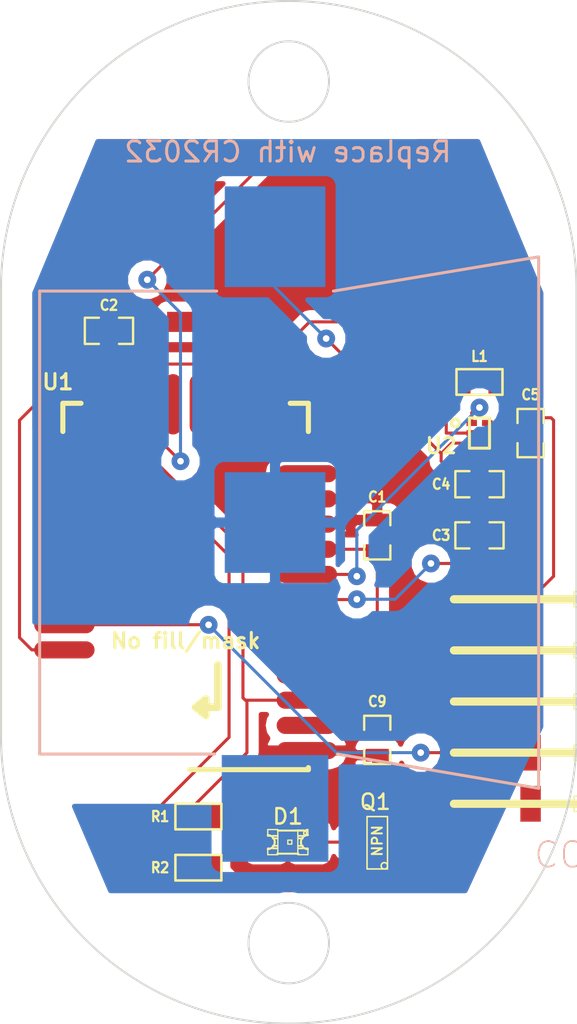
<source format=kicad_pcb>
(kicad_pcb (version 3) (host pcbnew "(2013-07-07 BZR 4022)-stable")

  (general
    (links 0)
    (no_connects 10)
    (area 131.744999 58.494999 160.445001 109.395001)
    (thickness 1.6)
    (drawings 8)
    (tracks 104)
    (zones 0)
    (modules 16)
    (nets 15)
  )

  (page A4)
  (title_block 
    (title "Phone Finder")
    (rev 0.1)
  )

  (layers
    (15 F.Cu signal hide)
    (0 B.Cu signal hide)
    (16 B.Adhes user)
    (17 F.Adhes user)
    (18 B.Paste user)
    (19 F.Paste user)
    (20 B.SilkS user)
    (21 F.SilkS user)
    (22 B.Mask user)
    (23 F.Mask user)
    (24 Dwgs.User user)
    (25 Cmts.User user)
    (26 Eco1.User user)
    (27 Eco2.User user)
    (28 Edge.Cuts user)
  )

  (setup
    (last_trace_width 0.1524)
    (trace_clearance 0.1524)
    (zone_clearance 0.508)
    (zone_45_only no)
    (trace_min 0.1524)
    (segment_width 0.2)
    (edge_width 0.1)
    (via_size 0.889)
    (via_drill 0.3302)
    (via_min_size 0.889)
    (via_min_drill 0.3302)
    (uvia_size 0.508)
    (uvia_drill 0.127)
    (uvias_allowed no)
    (uvia_min_size 0.508)
    (uvia_min_drill 0.127)
    (pcb_text_width 0.3)
    (pcb_text_size 1.5 1.5)
    (mod_edge_width 0.15)
    (mod_text_size 1 1)
    (mod_text_width 0.15)
    (pad_size 5 5)
    (pad_drill 0)
    (pad_to_mask_clearance 0)
    (aux_axis_origin 0 0)
    (visible_elements 7FFFFFFF)
    (pcbplotparams
      (layerselection 3178497)
      (usegerberextensions true)
      (excludeedgelayer true)
      (linewidth 0.150000)
      (plotframeref false)
      (viasonmask false)
      (mode 1)
      (useauxorigin false)
      (hpglpennumber 1)
      (hpglpenspeed 20)
      (hpglpendiameter 15)
      (hpglpenoverlay 2)
      (psnegative false)
      (psa4output false)
      (plotreference true)
      (plotvalue true)
      (plotothertext true)
      (plotinvisibletext false)
      (padsonsilk false)
      (subtractmaskfromsilk false)
      (outputformat 1)
      (mirror false)
      (drillshape 1)
      (scaleselection 1)
      (outputdirectory ""))
  )

  (net 0 "")
  (net 1 +BATT)
  (net 2 /DC)
  (net 3 /DD)
  (net 4 "/Power Supply/DCDC")
  (net 5 "/Power Supply/STAT")
  (net 6 /RESET_N)
  (net 7 "/User Input/STATUS_LED")
  (net 8 "/User Input/TOUCH_OUT")
  (net 9 GND)
  (net 10 N-0000032)
  (net 11 N-0000034)
  (net 12 N-0000035)
  (net 13 N-0000036)
  (net 14 VDD)

  (net_class Default "This is the default net class."
    (clearance 0.1524)
    (trace_width 0.1524)
    (via_dia 0.889)
    (via_drill 0.3302)
    (uvia_dia 0.508)
    (uvia_drill 0.127)
    (add_net "")
    (add_net +BATT)
    (add_net /DC)
    (add_net /DD)
    (add_net "/Power Supply/DCDC")
    (add_net "/Power Supply/STAT")
    (add_net /RESET_N)
    (add_net "/User Input/STATUS_LED")
    (add_net "/User Input/TOUCH_OUT")
    (add_net GND)
    (add_net N-0000032)
    (add_net N-0000034)
    (add_net N-0000035)
    (add_net N-0000036)
    (add_net VDD)
  )

  (net_class Power ""
    (clearance 0.1524)
    (trace_width 0.3048)
    (via_dia 0.889)
    (via_drill 0.3302)
    (uvia_dia 0.508)
    (uvia_drill 0.127)
  )

  (module SOT23 (layer F.Cu) (tedit 5051A6D7) (tstamp 5573AA00)
    (at 150.495 100.33 90)
    (tags SOT23)
    (path /556D2FFD/5573999B)
    (fp_text reference Q1 (at 1.99898 -0.09906 180) (layer F.SilkS)
      (effects (font (size 0.762 0.762) (thickness 0.11938)))
    )
    (fp_text value NPN (at 0.0635 0 90) (layer F.SilkS)
      (effects (font (size 0.50038 0.50038) (thickness 0.09906)))
    )
    (fp_circle (center -1.17602 0.35052) (end -1.30048 0.44958) (layer F.SilkS) (width 0.07874))
    (fp_line (start 1.27 -0.508) (end 1.27 0.508) (layer F.SilkS) (width 0.07874))
    (fp_line (start -1.3335 -0.508) (end -1.3335 0.508) (layer F.SilkS) (width 0.07874))
    (fp_line (start 1.27 0.508) (end -1.3335 0.508) (layer F.SilkS) (width 0.07874))
    (fp_line (start -1.3335 -0.508) (end 1.27 -0.508) (layer F.SilkS) (width 0.07874))
    (pad 3 smd rect (at 0 -1.09982 90) (size 0.8001 1.00076)
      (layers F.Cu F.Paste F.Mask)
      (net 12 N-0000035)
    )
    (pad 2 smd rect (at 0.9525 1.09982 90) (size 0.8001 1.00076)
      (layers F.Cu F.Paste F.Mask)
      (net 13 N-0000036)
    )
    (pad 1 smd rect (at -0.9525 1.09982 90) (size 0.8001 1.00076)
      (layers F.Cu F.Paste F.Mask)
      (net 9 GND)
    )
    (model smd\SOT23_3.wrl
      (at (xyz 0 0 0))
      (scale (xyz 0.4 0.4 0.4))
      (rotate (xyz 0 0 180))
    )
  )

  (module SON6 (layer F.Cu) (tedit 5573ABBE) (tstamp 5573A67D)
    (at 155.575 80.01)
    (path /556D2FFB/556D308F)
    (solder_mask_margin 0.0508)
    (solder_paste_margin -0.0254)
    (attr smd)
    (fp_text reference U2 (at -1.905 0.635) (layer F.SilkS)
      (effects (font (size 0.762 0.762) (thickness 0.1524)))
    )
    (fp_text value TPS62730 (at 0 -2.54) (layer F.SilkS) hide
      (effects (font (size 0.762 0.762) (thickness 0.1524)))
    )
    (fp_circle (center -1.2 -0.5) (end -1 -0.5) (layer F.SilkS) (width 0.15))
    (fp_line (start -0.5 0.75) (end 0.5 0.75) (layer F.SilkS) (width 0.15))
    (fp_line (start 0.5 0.75) (end 0.5 -0.75) (layer F.SilkS) (width 0.15))
    (fp_line (start 0.5 -0.75) (end -0.5 -0.75) (layer F.SilkS) (width 0.15))
    (fp_line (start -0.5 -0.75) (end -0.5 0.75) (layer F.SilkS) (width 0.15))
    (pad 1 smd rect (at -0.385 -0.5) (size 0.52 0.3)
      (layers F.Cu F.Paste F.Mask)
      (net 5 "/Power Supply/STAT")
    )
    (pad 2 smd rect (at -0.385 0) (size 0.52 0.3)
      (layers F.Cu F.Paste F.Mask)
      (net 10 N-0000032)
    )
    (pad 3 smd rect (at -0.385 0.5) (size 0.52 0.3)
      (layers F.Cu F.Paste F.Mask)
      (net 1 +BATT)
    )
    (pad 4 smd rect (at 0.385 0.5) (size 0.52 0.3)
      (layers F.Cu F.Paste F.Mask)
      (net 9 GND)
    )
    (pad 5 smd rect (at 0.385 0) (size 0.52 0.3)
      (layers F.Cu F.Paste F.Mask)
      (net 4 "/Power Supply/DCDC")
    )
    (pad 6 smd rect (at 0.385 -0.5) (size 0.52 0.3)
      (layers F.Cu F.Paste F.Mask)
      (net 14 VDD)
    )
  )

  (module SM0603_Capa (layer F.Cu) (tedit 5573AB73) (tstamp 5573A689)
    (at 150.495 85.09 90)
    (path /556D39EE)
    (attr smd)
    (fp_text reference C1 (at 1.905 0 180) (layer F.SilkS)
      (effects (font (size 0.508 0.4572) (thickness 0.1143)))
    )
    (fp_text value 1uF (at -1.651 0 180) (layer F.SilkS) hide
      (effects (font (size 0.508 0.4572) (thickness 0.1143)))
    )
    (fp_line (start 0.50038 0.65024) (end 1.19888 0.65024) (layer F.SilkS) (width 0.11938))
    (fp_line (start -0.50038 0.65024) (end -1.19888 0.65024) (layer F.SilkS) (width 0.11938))
    (fp_line (start 0.50038 -0.65024) (end 1.19888 -0.65024) (layer F.SilkS) (width 0.11938))
    (fp_line (start -1.19888 -0.65024) (end -0.50038 -0.65024) (layer F.SilkS) (width 0.11938))
    (fp_line (start 1.19888 -0.635) (end 1.19888 0.635) (layer F.SilkS) (width 0.11938))
    (fp_line (start -1.19888 0.635) (end -1.19888 -0.635) (layer F.SilkS) (width 0.11938))
    (pad 1 smd rect (at -0.762 0 90) (size 0.635 1.143)
      (layers F.Cu F.Paste F.Mask)
      (net 14 VDD)
    )
    (pad 2 smd rect (at 0.762 0 90) (size 0.635 1.143)
      (layers F.Cu F.Paste F.Mask)
      (net 9 GND)
    )
    (model smd\capacitors\C0603.wrl
      (at (xyz 0 0 0.001))
      (scale (xyz 0.5 0.5 0.5))
      (rotate (xyz 0 0 0))
    )
  )

  (module SM0603_Capa (layer F.Cu) (tedit 5573AB7C) (tstamp 5573A695)
    (at 137.16 74.93 180)
    (path /556D3A7A)
    (attr smd)
    (fp_text reference C2 (at 0 1.27 180) (layer F.SilkS)
      (effects (font (size 0.508 0.4572) (thickness 0.1143)))
    )
    (fp_text value 1uF (at -1.651 0 270) (layer F.SilkS) hide
      (effects (font (size 0.508 0.4572) (thickness 0.1143)))
    )
    (fp_line (start 0.50038 0.65024) (end 1.19888 0.65024) (layer F.SilkS) (width 0.11938))
    (fp_line (start -0.50038 0.65024) (end -1.19888 0.65024) (layer F.SilkS) (width 0.11938))
    (fp_line (start 0.50038 -0.65024) (end 1.19888 -0.65024) (layer F.SilkS) (width 0.11938))
    (fp_line (start -1.19888 -0.65024) (end -0.50038 -0.65024) (layer F.SilkS) (width 0.11938))
    (fp_line (start 1.19888 -0.635) (end 1.19888 0.635) (layer F.SilkS) (width 0.11938))
    (fp_line (start -1.19888 0.635) (end -1.19888 -0.635) (layer F.SilkS) (width 0.11938))
    (pad 1 smd rect (at -0.762 0 180) (size 0.635 1.143)
      (layers F.Cu F.Paste F.Mask)
      (net 14 VDD)
    )
    (pad 2 smd rect (at 0.762 0 180) (size 0.635 1.143)
      (layers F.Cu F.Paste F.Mask)
      (net 9 GND)
    )
    (model smd\capacitors\C0603.wrl
      (at (xyz 0 0 0.001))
      (scale (xyz 0.5 0.5 0.5))
      (rotate (xyz 0 0 0))
    )
  )

  (module SM0603_Capa (layer F.Cu) (tedit 5573AB69) (tstamp 5573A6A1)
    (at 150.495 95.25 270)
    (path /556FEE6E)
    (attr smd)
    (fp_text reference C9 (at -1.905 0 360) (layer F.SilkS)
      (effects (font (size 0.508 0.4572) (thickness 0.1143)))
    )
    (fp_text value 1uF (at -1.651 0 360) (layer F.SilkS) hide
      (effects (font (size 0.508 0.4572) (thickness 0.1143)))
    )
    (fp_line (start 0.50038 0.65024) (end 1.19888 0.65024) (layer F.SilkS) (width 0.11938))
    (fp_line (start -0.50038 0.65024) (end -1.19888 0.65024) (layer F.SilkS) (width 0.11938))
    (fp_line (start 0.50038 -0.65024) (end 1.19888 -0.65024) (layer F.SilkS) (width 0.11938))
    (fp_line (start -1.19888 -0.65024) (end -0.50038 -0.65024) (layer F.SilkS) (width 0.11938))
    (fp_line (start 1.19888 -0.635) (end 1.19888 0.635) (layer F.SilkS) (width 0.11938))
    (fp_line (start -1.19888 0.635) (end -1.19888 -0.635) (layer F.SilkS) (width 0.11938))
    (pad 1 smd rect (at -0.762 0 270) (size 0.635 1.143)
      (layers F.Cu F.Paste F.Mask)
      (net 14 VDD)
    )
    (pad 2 smd rect (at 0.762 0 270) (size 0.635 1.143)
      (layers F.Cu F.Paste F.Mask)
      (net 9 GND)
    )
    (model smd\capacitors\C0603.wrl
      (at (xyz 0 0 0.001))
      (scale (xyz 0.5 0.5 0.5))
      (rotate (xyz 0 0 0))
    )
  )

  (module SM0603_Capa (layer F.Cu) (tedit 5573AB8A) (tstamp 5573A6AD)
    (at 158.115 80.01 270)
    (path /556D2FFB/556D318A)
    (attr smd)
    (fp_text reference C5 (at -1.905 0 360) (layer F.SilkS)
      (effects (font (size 0.508 0.4572) (thickness 0.1143)))
    )
    (fp_text value 2.2uF (at -1.651 0 360) (layer F.SilkS) hide
      (effects (font (size 0.508 0.4572) (thickness 0.1143)))
    )
    (fp_line (start 0.50038 0.65024) (end 1.19888 0.65024) (layer F.SilkS) (width 0.11938))
    (fp_line (start -0.50038 0.65024) (end -1.19888 0.65024) (layer F.SilkS) (width 0.11938))
    (fp_line (start 0.50038 -0.65024) (end 1.19888 -0.65024) (layer F.SilkS) (width 0.11938))
    (fp_line (start -1.19888 -0.65024) (end -0.50038 -0.65024) (layer F.SilkS) (width 0.11938))
    (fp_line (start 1.19888 -0.635) (end 1.19888 0.635) (layer F.SilkS) (width 0.11938))
    (fp_line (start -1.19888 0.635) (end -1.19888 -0.635) (layer F.SilkS) (width 0.11938))
    (pad 1 smd rect (at -0.762 0 270) (size 0.635 1.143)
      (layers F.Cu F.Paste F.Mask)
      (net 14 VDD)
    )
    (pad 2 smd rect (at 0.762 0 270) (size 0.635 1.143)
      (layers F.Cu F.Paste F.Mask)
      (net 9 GND)
    )
    (model smd\capacitors\C0603.wrl
      (at (xyz 0 0 0.001))
      (scale (xyz 0.5 0.5 0.5))
      (rotate (xyz 0 0 0))
    )
  )

  (module SM0603_Capa (layer F.Cu) (tedit 5573ABB3) (tstamp 5573A6B9)
    (at 155.575 85.09)
    (path /556D2FFB/556D3280)
    (attr smd)
    (fp_text reference C3 (at -1.905 0) (layer F.SilkS)
      (effects (font (size 0.508 0.4572) (thickness 0.1143)))
    )
    (fp_text value 100uF (at -1.651 0 90) (layer F.SilkS) hide
      (effects (font (size 0.508 0.4572) (thickness 0.1143)))
    )
    (fp_line (start 0.50038 0.65024) (end 1.19888 0.65024) (layer F.SilkS) (width 0.11938))
    (fp_line (start -0.50038 0.65024) (end -1.19888 0.65024) (layer F.SilkS) (width 0.11938))
    (fp_line (start 0.50038 -0.65024) (end 1.19888 -0.65024) (layer F.SilkS) (width 0.11938))
    (fp_line (start -1.19888 -0.65024) (end -0.50038 -0.65024) (layer F.SilkS) (width 0.11938))
    (fp_line (start 1.19888 -0.635) (end 1.19888 0.635) (layer F.SilkS) (width 0.11938))
    (fp_line (start -1.19888 0.635) (end -1.19888 -0.635) (layer F.SilkS) (width 0.11938))
    (pad 1 smd rect (at -0.762 0) (size 0.635 1.143)
      (layers F.Cu F.Paste F.Mask)
      (net 1 +BATT)
    )
    (pad 2 smd rect (at 0.762 0) (size 0.635 1.143)
      (layers F.Cu F.Paste F.Mask)
      (net 9 GND)
    )
    (model smd\capacitors\C0603.wrl
      (at (xyz 0 0 0.001))
      (scale (xyz 0.5 0.5 0.5))
      (rotate (xyz 0 0 0))
    )
  )

  (module SM0603_Capa (layer F.Cu) (tedit 5573ABB6) (tstamp 5573A6C5)
    (at 155.575 82.55)
    (path /556D2FFB/556D40E4)
    (attr smd)
    (fp_text reference C4 (at -1.905 0) (layer F.SilkS)
      (effects (font (size 0.508 0.4572) (thickness 0.1143)))
    )
    (fp_text value 2.2uF (at -1.651 0 90) (layer F.SilkS) hide
      (effects (font (size 0.508 0.4572) (thickness 0.1143)))
    )
    (fp_line (start 0.50038 0.65024) (end 1.19888 0.65024) (layer F.SilkS) (width 0.11938))
    (fp_line (start -0.50038 0.65024) (end -1.19888 0.65024) (layer F.SilkS) (width 0.11938))
    (fp_line (start 0.50038 -0.65024) (end 1.19888 -0.65024) (layer F.SilkS) (width 0.11938))
    (fp_line (start -1.19888 -0.65024) (end -0.50038 -0.65024) (layer F.SilkS) (width 0.11938))
    (fp_line (start 1.19888 -0.635) (end 1.19888 0.635) (layer F.SilkS) (width 0.11938))
    (fp_line (start -1.19888 0.635) (end -1.19888 -0.635) (layer F.SilkS) (width 0.11938))
    (pad 1 smd rect (at -0.762 0) (size 0.635 1.143)
      (layers F.Cu F.Paste F.Mask)
      (net 1 +BATT)
    )
    (pad 2 smd rect (at 0.762 0) (size 0.635 1.143)
      (layers F.Cu F.Paste F.Mask)
      (net 9 GND)
    )
    (model smd\capacitors\C0603.wrl
      (at (xyz 0 0 0.001))
      (scale (xyz 0.5 0.5 0.5))
      (rotate (xyz 0 0 0))
    )
  )

  (module SM0603 (layer F.Cu) (tedit 5573AB8F) (tstamp 5573A6CF)
    (at 155.575 77.47 180)
    (path /556D2FFB/556D316F)
    (attr smd)
    (fp_text reference L1 (at 0 1.27 180) (layer F.SilkS)
      (effects (font (size 0.508 0.4572) (thickness 0.1143)))
    )
    (fp_text value 2.2uH (at 0 0 180) (layer F.SilkS) hide
      (effects (font (size 0.508 0.4572) (thickness 0.1143)))
    )
    (fp_line (start -1.143 -0.635) (end 1.143 -0.635) (layer F.SilkS) (width 0.127))
    (fp_line (start 1.143 -0.635) (end 1.143 0.635) (layer F.SilkS) (width 0.127))
    (fp_line (start 1.143 0.635) (end -1.143 0.635) (layer F.SilkS) (width 0.127))
    (fp_line (start -1.143 0.635) (end -1.143 -0.635) (layer F.SilkS) (width 0.127))
    (pad 1 smd rect (at -0.762 0 180) (size 0.635 1.143)
      (layers F.Cu F.Paste F.Mask)
      (net 14 VDD)
    )
    (pad 2 smd rect (at 0.762 0 180) (size 0.635 1.143)
      (layers F.Cu F.Paste F.Mask)
      (net 10 N-0000032)
    )
    (model smd\resistors\R0603.wrl
      (at (xyz 0 0 0.001))
      (scale (xyz 0.5 0.5 0.5))
      (rotate (xyz 0 0 0))
    )
  )

  (module pinhead-1-2X05SMD/90 (layer F.Cu) (tedit 5573BBD2) (tstamp 5573A72B)
    (at 163.195 89.535 270)
    (descr "PIN HEADER - 2.54 90°")
    (tags "PIN HEADER - 2.54 90°")
    (path /556D3E22)
    (attr smd)
    (fp_text reference P1 (at -3.81 0.635 360) (layer B.SilkS) hide
      (effects (font (size 1.27 1.27) (thickness 0.0889)))
    )
    (fp_text value CONN_5X2 (at 11.43 0 360) (layer B.SilkS)
      (effects (font (size 1.27 1.27) (thickness 0.0889)))
    )
    (fp_line (start -1.651 -0.635) (end -0.889 -0.635) (layer F.SilkS) (width 0.06604))
    (fp_line (start -0.889 -0.635) (end -0.889 -1.143) (layer F.SilkS) (width 0.06604))
    (fp_line (start -1.651 -1.143) (end -0.889 -1.143) (layer F.SilkS) (width 0.06604))
    (fp_line (start -1.651 -0.635) (end -1.651 -1.143) (layer F.SilkS) (width 0.06604))
    (fp_line (start -1.651 2.921) (end -0.889 2.921) (layer F.SilkS) (width 0.06604))
    (fp_line (start -0.889 2.921) (end -0.889 1.905) (layer F.SilkS) (width 0.06604))
    (fp_line (start -1.651 1.905) (end -0.889 1.905) (layer F.SilkS) (width 0.06604))
    (fp_line (start -1.651 2.921) (end -1.651 1.905) (layer F.SilkS) (width 0.06604))
    (fp_line (start 0.889 -0.635) (end 1.651 -0.635) (layer F.SilkS) (width 0.06604))
    (fp_line (start 1.651 -0.635) (end 1.651 -1.143) (layer F.SilkS) (width 0.06604))
    (fp_line (start 0.889 -1.143) (end 1.651 -1.143) (layer F.SilkS) (width 0.06604))
    (fp_line (start 0.889 -0.635) (end 0.889 -1.143) (layer F.SilkS) (width 0.06604))
    (fp_line (start 0.889 2.921) (end 1.651 2.921) (layer F.SilkS) (width 0.06604))
    (fp_line (start 1.651 2.921) (end 1.651 1.905) (layer F.SilkS) (width 0.06604))
    (fp_line (start 0.889 1.905) (end 1.651 1.905) (layer F.SilkS) (width 0.06604))
    (fp_line (start 0.889 2.921) (end 0.889 1.905) (layer F.SilkS) (width 0.06604))
    (fp_line (start 3.429 -0.635) (end 4.191 -0.635) (layer F.SilkS) (width 0.06604))
    (fp_line (start 4.191 -0.635) (end 4.191 -1.143) (layer F.SilkS) (width 0.06604))
    (fp_line (start 3.429 -1.143) (end 4.191 -1.143) (layer F.SilkS) (width 0.06604))
    (fp_line (start 3.429 -0.635) (end 3.429 -1.143) (layer F.SilkS) (width 0.06604))
    (fp_line (start 3.429 2.921) (end 4.191 2.921) (layer F.SilkS) (width 0.06604))
    (fp_line (start 4.191 2.921) (end 4.191 1.905) (layer F.SilkS) (width 0.06604))
    (fp_line (start 3.429 1.905) (end 4.191 1.905) (layer F.SilkS) (width 0.06604))
    (fp_line (start 3.429 2.921) (end 3.429 1.905) (layer F.SilkS) (width 0.06604))
    (fp_line (start 5.969 -0.635) (end 6.731 -0.635) (layer F.SilkS) (width 0.06604))
    (fp_line (start 6.731 -0.635) (end 6.731 -1.143) (layer F.SilkS) (width 0.06604))
    (fp_line (start 5.969 -1.143) (end 6.731 -1.143) (layer F.SilkS) (width 0.06604))
    (fp_line (start 5.969 -0.635) (end 5.969 -1.143) (layer F.SilkS) (width 0.06604))
    (fp_line (start 5.969 2.921) (end 6.731 2.921) (layer F.SilkS) (width 0.06604))
    (fp_line (start 6.731 2.921) (end 6.731 1.905) (layer F.SilkS) (width 0.06604))
    (fp_line (start 5.969 1.905) (end 6.731 1.905) (layer F.SilkS) (width 0.06604))
    (fp_line (start 5.969 2.921) (end 5.969 1.905) (layer F.SilkS) (width 0.06604))
    (fp_line (start 8.509 2.921) (end 9.271 2.921) (layer F.SilkS) (width 0.06604))
    (fp_line (start 9.271 2.921) (end 9.271 1.905) (layer F.SilkS) (width 0.06604))
    (fp_line (start 8.509 1.905) (end 9.271 1.905) (layer F.SilkS) (width 0.06604))
    (fp_line (start 8.509 2.921) (end 8.509 1.905) (layer F.SilkS) (width 0.06604))
    (fp_line (start 8.509 -0.635) (end 9.271 -0.635) (layer F.SilkS) (width 0.06604))
    (fp_line (start 9.271 -0.635) (end 9.271 -1.143) (layer F.SilkS) (width 0.06604))
    (fp_line (start 8.509 -1.143) (end 9.271 -1.143) (layer F.SilkS) (width 0.06604))
    (fp_line (start 8.509 -0.635) (end 8.509 -1.143) (layer F.SilkS) (width 0.06604))
    (fp_line (start -2.54 1.905) (end 0 1.905) (layer F.SilkS) (width 0.1524))
    (fp_line (start 0 1.905) (end 0 -0.635) (layer F.SilkS) (width 0.1524))
    (fp_line (start 0 -0.635) (end -2.54 -0.635) (layer F.SilkS) (width 0.1524))
    (fp_line (start -2.54 -0.635) (end -2.54 1.905) (layer F.SilkS) (width 0.1524))
    (fp_line (start -1.27 -8.5725) (end -1.27 -1.27) (layer F.SilkS) (width 0.762))
    (fp_line (start -1.27 2.54) (end -1.27 8.89) (layer F.SilkS) (width 0.4064))
    (fp_line (start 1.27 -8.5725) (end 1.27 -1.27) (layer F.SilkS) (width 0.762))
    (fp_line (start 2.54 -0.635) (end 0 -0.635) (layer F.SilkS) (width 0.1524))
    (fp_line (start 2.54 1.905) (end 2.54 -0.635) (layer F.SilkS) (width 0.1524))
    (fp_line (start 0 1.905) (end 2.54 1.905) (layer F.SilkS) (width 0.1524))
    (fp_line (start 1.27 2.54) (end 1.27 8.89) (layer F.SilkS) (width 0.4064))
    (fp_line (start 3.81 -8.5725) (end 3.81 -1.27) (layer F.SilkS) (width 0.762))
    (fp_line (start 5.08 -0.635) (end 2.54 -0.635) (layer F.SilkS) (width 0.1524))
    (fp_line (start 5.08 1.905) (end 5.08 -0.635) (layer F.SilkS) (width 0.1524))
    (fp_line (start 2.54 1.905) (end 5.08 1.905) (layer F.SilkS) (width 0.1524))
    (fp_line (start 3.81 2.54) (end 3.81 8.89) (layer F.SilkS) (width 0.4064))
    (fp_line (start 6.35 -8.5725) (end 6.35 -1.27) (layer F.SilkS) (width 0.762))
    (fp_line (start 7.62 -0.635) (end 5.08 -0.635) (layer F.SilkS) (width 0.1524))
    (fp_line (start 7.62 1.905) (end 7.62 -0.635) (layer F.SilkS) (width 0.1524))
    (fp_line (start 5.08 1.905) (end 7.62 1.905) (layer F.SilkS) (width 0.1524))
    (fp_line (start 6.35 2.54) (end 6.35 8.89) (layer F.SilkS) (width 0.4064))
    (fp_line (start 8.89 2.54) (end 8.89 8.89) (layer F.SilkS) (width 0.4064))
    (fp_line (start 7.62 1.905) (end 10.16 1.905) (layer F.SilkS) (width 0.1524))
    (fp_line (start 10.16 1.905) (end 10.16 -0.635) (layer F.SilkS) (width 0.1524))
    (fp_line (start 10.16 -0.635) (end 7.62 -0.635) (layer F.SilkS) (width 0.1524))
    (fp_line (start 8.89 -8.5725) (end 8.89 -1.27) (layer F.SilkS) (width 0.762))
    (pad 1 smd rect (at -1.27 8.89 270) (size 1.778 1.016)
      (layers F.Cu F.Paste F.Mask)
      (net 9 GND)
    )
    (pad 2 smd rect (at -1.27 5.08 270) (size 1.778 1.016)
      (layers F.Cu F.Paste F.Mask)
      (net 14 VDD)
    )
    (pad 3 smd rect (at 1.27 8.89 270) (size 1.778 1.016)
      (layers F.Cu F.Paste F.Mask)
      (net 2 /DC)
    )
    (pad 4 smd rect (at 1.27 5.08 270) (size 1.778 1.016)
      (layers F.Cu F.Paste F.Mask)
      (net 3 /DD)
    )
    (pad 5 smd rect (at 3.81 8.89 270) (size 1.778 1.016)
      (layers F.Cu F.Paste F.Mask)
    )
    (pad 6 smd rect (at 3.81 5.08 270) (size 1.778 1.016)
      (layers F.Cu F.Paste F.Mask)
    )
    (pad 7 smd rect (at 6.35 8.89 270) (size 1.778 1.016)
      (layers F.Cu F.Paste F.Mask)
      (net 6 /RESET_N)
    )
    (pad 8 smd rect (at 6.35 5.08 270) (size 1.778 1.016)
      (layers F.Cu F.Paste F.Mask)
    )
    (pad 9 smd rect (at 8.89 8.89 270) (size 1.778 1.016)
      (layers F.Cu F.Paste F.Mask)
    )
    (pad 10 smd rect (at 8.89 5.08 270) (size 1.778 1.016)
      (layers F.Cu F.Paste F.Mask)
    )
  )

  (module LED-0805 (layer F.Cu) (tedit 5573AAC1) (tstamp 5573A766)
    (at 146.05 100.33)
    (descr "LED 0805 smd package")
    (tags "LED 0805 SMD")
    (path /556D2FFD/55739A1C)
    (attr smd)
    (fp_text reference D1 (at 0 -1.27) (layer F.SilkS)
      (effects (font (size 0.762 0.762) (thickness 0.127)))
    )
    (fp_text value LED (at 0 1.27) (layer F.SilkS) hide
      (effects (font (size 0.762 0.762) (thickness 0.127)))
    )
    (fp_line (start 0.49784 0.29972) (end 0.49784 0.62484) (layer F.SilkS) (width 0.06604))
    (fp_line (start 0.49784 0.62484) (end 0.99822 0.62484) (layer F.SilkS) (width 0.06604))
    (fp_line (start 0.99822 0.29972) (end 0.99822 0.62484) (layer F.SilkS) (width 0.06604))
    (fp_line (start 0.49784 0.29972) (end 0.99822 0.29972) (layer F.SilkS) (width 0.06604))
    (fp_line (start 0.49784 -0.32258) (end 0.49784 -0.17272) (layer F.SilkS) (width 0.06604))
    (fp_line (start 0.49784 -0.17272) (end 0.7493 -0.17272) (layer F.SilkS) (width 0.06604))
    (fp_line (start 0.7493 -0.32258) (end 0.7493 -0.17272) (layer F.SilkS) (width 0.06604))
    (fp_line (start 0.49784 -0.32258) (end 0.7493 -0.32258) (layer F.SilkS) (width 0.06604))
    (fp_line (start 0.49784 0.17272) (end 0.49784 0.32258) (layer F.SilkS) (width 0.06604))
    (fp_line (start 0.49784 0.32258) (end 0.7493 0.32258) (layer F.SilkS) (width 0.06604))
    (fp_line (start 0.7493 0.17272) (end 0.7493 0.32258) (layer F.SilkS) (width 0.06604))
    (fp_line (start 0.49784 0.17272) (end 0.7493 0.17272) (layer F.SilkS) (width 0.06604))
    (fp_line (start 0.49784 -0.19812) (end 0.49784 0.19812) (layer F.SilkS) (width 0.06604))
    (fp_line (start 0.49784 0.19812) (end 0.6731 0.19812) (layer F.SilkS) (width 0.06604))
    (fp_line (start 0.6731 -0.19812) (end 0.6731 0.19812) (layer F.SilkS) (width 0.06604))
    (fp_line (start 0.49784 -0.19812) (end 0.6731 -0.19812) (layer F.SilkS) (width 0.06604))
    (fp_line (start -0.99822 0.29972) (end -0.99822 0.62484) (layer F.SilkS) (width 0.06604))
    (fp_line (start -0.99822 0.62484) (end -0.49784 0.62484) (layer F.SilkS) (width 0.06604))
    (fp_line (start -0.49784 0.29972) (end -0.49784 0.62484) (layer F.SilkS) (width 0.06604))
    (fp_line (start -0.99822 0.29972) (end -0.49784 0.29972) (layer F.SilkS) (width 0.06604))
    (fp_line (start -0.99822 -0.62484) (end -0.99822 -0.29972) (layer F.SilkS) (width 0.06604))
    (fp_line (start -0.99822 -0.29972) (end -0.49784 -0.29972) (layer F.SilkS) (width 0.06604))
    (fp_line (start -0.49784 -0.62484) (end -0.49784 -0.29972) (layer F.SilkS) (width 0.06604))
    (fp_line (start -0.99822 -0.62484) (end -0.49784 -0.62484) (layer F.SilkS) (width 0.06604))
    (fp_line (start -0.7493 0.17272) (end -0.7493 0.32258) (layer F.SilkS) (width 0.06604))
    (fp_line (start -0.7493 0.32258) (end -0.49784 0.32258) (layer F.SilkS) (width 0.06604))
    (fp_line (start -0.49784 0.17272) (end -0.49784 0.32258) (layer F.SilkS) (width 0.06604))
    (fp_line (start -0.7493 0.17272) (end -0.49784 0.17272) (layer F.SilkS) (width 0.06604))
    (fp_line (start -0.7493 -0.32258) (end -0.7493 -0.17272) (layer F.SilkS) (width 0.06604))
    (fp_line (start -0.7493 -0.17272) (end -0.49784 -0.17272) (layer F.SilkS) (width 0.06604))
    (fp_line (start -0.49784 -0.32258) (end -0.49784 -0.17272) (layer F.SilkS) (width 0.06604))
    (fp_line (start -0.7493 -0.32258) (end -0.49784 -0.32258) (layer F.SilkS) (width 0.06604))
    (fp_line (start -0.6731 -0.19812) (end -0.6731 0.19812) (layer F.SilkS) (width 0.06604))
    (fp_line (start -0.6731 0.19812) (end -0.49784 0.19812) (layer F.SilkS) (width 0.06604))
    (fp_line (start -0.49784 -0.19812) (end -0.49784 0.19812) (layer F.SilkS) (width 0.06604))
    (fp_line (start -0.6731 -0.19812) (end -0.49784 -0.19812) (layer F.SilkS) (width 0.06604))
    (fp_line (start 0 -0.09906) (end 0 0.09906) (layer F.SilkS) (width 0.06604))
    (fp_line (start 0 0.09906) (end 0.19812 0.09906) (layer F.SilkS) (width 0.06604))
    (fp_line (start 0.19812 -0.09906) (end 0.19812 0.09906) (layer F.SilkS) (width 0.06604))
    (fp_line (start 0 -0.09906) (end 0.19812 -0.09906) (layer F.SilkS) (width 0.06604))
    (fp_line (start 0.49784 -0.59944) (end 0.49784 -0.29972) (layer F.SilkS) (width 0.06604))
    (fp_line (start 0.49784 -0.29972) (end 0.79756 -0.29972) (layer F.SilkS) (width 0.06604))
    (fp_line (start 0.79756 -0.59944) (end 0.79756 -0.29972) (layer F.SilkS) (width 0.06604))
    (fp_line (start 0.49784 -0.59944) (end 0.79756 -0.59944) (layer F.SilkS) (width 0.06604))
    (fp_line (start 0.92456 -0.62484) (end 0.92456 -0.39878) (layer F.SilkS) (width 0.06604))
    (fp_line (start 0.92456 -0.39878) (end 0.99822 -0.39878) (layer F.SilkS) (width 0.06604))
    (fp_line (start 0.99822 -0.62484) (end 0.99822 -0.39878) (layer F.SilkS) (width 0.06604))
    (fp_line (start 0.92456 -0.62484) (end 0.99822 -0.62484) (layer F.SilkS) (width 0.06604))
    (fp_line (start 0.52324 0.57404) (end -0.52324 0.57404) (layer F.SilkS) (width 0.1016))
    (fp_line (start -0.49784 -0.57404) (end 0.92456 -0.57404) (layer F.SilkS) (width 0.1016))
    (fp_circle (center 0.84836 -0.44958) (end 0.89916 -0.50038) (layer F.SilkS) (width 0.0508))
    (fp_arc (start 0.99822 0) (end 0.99822 0.34798) (angle 180) (layer F.SilkS) (width 0.1016))
    (fp_arc (start -0.99822 0) (end -0.99822 -0.34798) (angle 180) (layer F.SilkS) (width 0.1016))
    (pad 1 smd rect (at -1.04902 0) (size 1.19888 1.19888)
      (layers F.Cu F.Paste F.Mask)
      (net 11 N-0000034)
    )
    (pad 2 smd rect (at 1.04902 0) (size 1.19888 1.19888)
      (layers F.Cu F.Paste F.Mask)
      (net 12 N-0000035)
    )
  )

  (module KSC_GULLWING (layer F.Cu) (tedit 5573ABD7) (tstamp 5573A76E)
    (at 146.05 70.485 180)
    (path /556D2FFD/55736C53)
    (fp_text reference SW1 (at 0 0 180) (layer F.SilkS) hide
      (effects (font (size 1 1) (thickness 0.15)))
    )
    (fp_text value SPST (at 0 1.905 180) (layer F.SilkS) hide
      (effects (font (size 1 1) (thickness 0.15)))
    )
    (pad 1 smd rect (at -4.45 -4 180) (size 3.1 1)
      (layers F.Cu F.Paste F.Mask)
      (net 14 VDD)
    )
    (pad 2 smd rect (at -4.45 4 180) (size 3.1 1)
      (layers F.Cu F.Paste F.Mask)
      (net 8 "/User Input/TOUCH_OUT")
    )
    (pad 3 smd rect (at 4.45 -4 180) (size 3.1 1)
      (layers F.Cu F.Paste F.Mask)
    )
    (pad 4 smd rect (at 4.45 4 180) (size 3.1 1)
      (layers F.Cu F.Paste F.Mask)
    )
  )

  (module BLE112-A (layer F.Cu) (tedit 5573BBB6) (tstamp 5573A79E)
    (at 140.97 87.63 180)
    (path /556D11A0)
    (solder_paste_margin -0.0762)
    (attr smd)
    (fp_text reference U1 (at 6.35 10.16 180) (layer F.SilkS)
      (effects (font (size 0.762 0.762) (thickness 0.1524)))
    )
    (fp_text value BLE112 (at 0 0 180) (layer F.SilkS) hide
      (effects (font (size 0.762 0.762) (thickness 0.1524)))
    )
    (fp_line (start -1 -5.7) (end -1 -5.6) (layer F.SilkS) (width 0.381))
    (fp_line (start -1 -5.6) (end -0.5 -6) (layer F.SilkS) (width 0.381))
    (fp_line (start -1 -6.4) (end -1 -5.7) (layer F.SilkS) (width 0.381))
    (fp_line (start -1.6 -3.9) (end -1.6 -6) (layer F.SilkS) (width 0.381))
    (fp_line (start -1.6 -6) (end -0.5 -6) (layer F.SilkS) (width 0.381))
    (fp_line (start -0.5 -6) (end -1 -6.4) (layer F.SilkS) (width 0.381))
    (fp_line (start -6.10108 -8.99922) (end -6.10108 -9.10082) (layer F.SilkS) (width 0.254))
    (fp_line (start -6.10108 -9.10082) (end -0.20066 -9.10082) (layer F.SilkS) (width 0.254))
    (fp_text user "No fill/mask" (at 0 -2.7 180) (layer F.SilkS)
      (effects (font (size 0.762 0.762) (thickness 0.1524)))
    )
    (fp_line (start -6.10108 9.10082) (end -5.19938 9.10082) (layer F.SilkS) (width 0.254))
    (fp_line (start -6.10108 9.10082) (end -6.10108 7.69874) (layer F.SilkS) (width 0.254))
    (fp_line (start 6.10108 9.10082) (end 6.10108 7.69874) (layer F.SilkS) (width 0.254))
    (fp_line (start 6.10108 9.10082) (end 5.19938 9.10082) (layer F.SilkS) (width 0.254))
    (pad 1 smd oval (at -6.02488 -8.15086 180) (size 2.99974 0.8509)
      (layers F.Cu F.Paste F.Mask)
      (net 9 GND)
    )
    (pad 2 smd oval (at -6.02488 -6.90118 180) (size 2.99974 0.8509)
      (layers F.Cu F.Paste F.Mask)
      (net 14 VDD)
    )
    (pad 3 smd oval (at -6.02488 -5.64896 180) (size 2.99974 0.8509)
      (layers F.Cu F.Paste F.Mask)
      (net 14 VDD)
    )
    (pad 4 smd oval (at -6.02488 -4.39928 180) (size 2.99974 0.8509)
      (layers F.Cu F.Paste F.Mask)
      (net 2 /DC)
    )
    (pad 5 smd oval (at -6.02488 -3.1496 180) (size 2.99974 0.8509)
      (layers F.Cu F.Paste F.Mask)
      (net 3 /DD)
    )
    (pad 6 smd oval (at -6.02488 -1.89992 180) (size 2.99974 0.8509)
      (layers F.Cu F.Paste F.Mask)
    )
    (pad 7 smd oval (at -6.02488 -0.65024 180) (size 2.99974 0.8509)
      (layers F.Cu F.Paste F.Mask)
      (net 4 "/Power Supply/DCDC")
    )
    (pad 8 smd oval (at -6.02488 0.59944 180) (size 2.99974 0.8509)
      (layers F.Cu F.Paste F.Mask)
      (net 5 "/Power Supply/STAT")
    )
    (pad 9 smd oval (at -6.02488 1.84912 180) (size 2.99974 0.8509)
      (layers F.Cu F.Paste F.Mask)
      (net 14 VDD)
    )
    (pad 10 smd oval (at -6.02488 3.0988 180) (size 2.99974 0.8509)
      (layers F.Cu F.Paste F.Mask)
      (net 9 GND)
    )
    (pad 11 smd oval (at -6.02488 4.35102 180) (size 2.99974 0.8509)
      (layers F.Cu F.Paste F.Mask)
    )
    (pad 12 smd oval (at -6.02488 5.6007 180) (size 2.99974 0.8509)
      (layers F.Cu F.Paste F.Mask)
    )
    (pad 13 smd oval (at -6.02488 6.85038 180) (size 2.99974 0.8509)
      (layers F.Cu F.Paste F.Mask)
    )
    (pad 14 smd oval (at -4.37388 9.05002 270) (size 2.99974 0.8509)
      (layers F.Cu F.Paste F.Mask)
    )
    (pad 15 smd oval (at -3.1242 9.05002 270) (size 2.99974 0.8509)
      (layers F.Cu F.Paste F.Mask)
    )
    (pad 16 smd oval (at -1.87452 9.05002 270) (size 2.99974 0.8509)
      (layers F.Cu F.Paste F.Mask)
    )
    (pad 17 smd oval (at -0.62484 9.05002 270) (size 2.99974 0.8509)
      (layers F.Cu F.Paste F.Mask)
    )
    (pad 18 smd oval (at 0.62484 9.05002 270) (size 2.99974 0.8509)
      (layers F.Cu F.Paste F.Mask)
    )
    (pad 19 smd oval (at 1.87452 9.05002 270) (size 2.99974 0.8509)
      (layers F.Cu F.Paste F.Mask)
      (net 8 "/User Input/TOUCH_OUT")
    )
    (pad 20 smd oval (at 3.1242 9.05002 270) (size 2.99974 0.8509)
      (layers F.Cu F.Paste F.Mask)
      (net 14 VDD)
    )
    (pad 21 smd oval (at 4.37388 9.05002 270) (size 2.99974 0.8509)
      (layers F.Cu F.Paste F.Mask)
      (net 9 GND)
    )
    (pad 22 smd oval (at 6.02488 6.85038 180) (size 2.99974 0.8509)
      (layers F.Cu F.Paste F.Mask)
      (net 7 "/User Input/STATUS_LED")
    )
    (pad 23 smd oval (at 6.02488 5.6007 180) (size 2.99974 0.8509)
      (layers F.Cu F.Paste F.Mask)
    )
    (pad 24 smd oval (at 6.02488 4.35102 180) (size 2.99974 0.8509)
      (layers F.Cu F.Paste F.Mask)
    )
    (pad 25 smd oval (at 6.02488 3.0988 180) (size 2.99974 0.8509)
      (layers F.Cu F.Paste F.Mask)
    )
    (pad 26 smd oval (at 6.02488 1.84912 180) (size 2.99974 0.8509)
      (layers F.Cu F.Paste F.Mask)
    )
    (pad 27 smd oval (at 6.02488 0.59944 180) (size 2.99974 0.8509)
      (layers F.Cu F.Paste F.Mask)
    )
    (pad 28 smd oval (at 6.02488 -0.65024 180) (size 2.99974 0.8509)
      (layers F.Cu F.Paste F.Mask)
    )
    (pad 29 smd oval (at 6.02488 -1.89992 180) (size 2.99974 0.8509)
      (layers F.Cu F.Paste F.Mask)
      (net 6 /RESET_N)
    )
    (pad 30 smd oval (at 6.02488 -3.1496 180) (size 2.99974 0.8509)
      (layers F.Cu F.Paste F.Mask)
      (net 9 GND)
    )
    (pad "" smd rect (at 4.0005 -6.35 180) (size 8.001 5.4991)
      (layers *.Mask)
    )
  )

  (module BHX1-2032-SM (layer B.Cu) (tedit 5573BCA6) (tstamp 5573BCB1)
    (at 145.415 84.455 270)
    (path /556D2FFB/556F7D16)
    (fp_text reference BT1 (at 0 5.334 270) (layer B.SilkS) hide
      (effects (font (size 1 1) (thickness 0.15)) (justify mirror))
    )
    (fp_text value "Replace with CR2032" (at -18.415 -0.635 360) (layer B.SilkS)
      (effects (font (size 1 1) (thickness 0.15)) (justify mirror))
    )
    (fp_line (start -13.2 -13.1) (end 13.2 -13.1) (layer B.SilkS) (width 0.15))
    (fp_line (start 13.2 -13.1) (end 11.5 -3.1) (layer B.SilkS) (width 0.15))
    (fp_line (start 11.5 11.7) (end 11.5 3) (layer B.SilkS) (width 0.15))
    (fp_line (start -11.5 11.7) (end -11.5 2.9) (layer B.SilkS) (width 0.15))
    (fp_line (start -13.2 -13.1) (end -11.5 -2.9) (layer B.SilkS) (width 0.15))
    (fp_line (start 0 11.7) (end -11.5 11.7) (layer B.SilkS) (width 0.15))
    (fp_line (start 0 11.7) (end 11.5 11.7) (layer B.SilkS) (width 0.15))
    (pad 2 smd rect (at 0 0 270) (size 5 5)
      (layers B.Cu B.Paste B.Mask)
      (net 9 GND)
    )
    (pad 1 smd rect (at 14.2 0 270) (size 5.3 5.3)
      (layers B.Cu B.Paste B.Mask)
      (net 1 +BATT)
    )
    (pad 1 smd rect (at -14.2 0 270) (size 5 5)
      (layers B.Cu B.Paste B.Mask)
      (net 1 +BATT)
    )
  )

  (module SM0603 (layer F.Cu) (tedit 5573AACF) (tstamp 5573A6CC)
    (at 141.605 99.06)
    (path /556D2FFD/55739A49)
    (attr smd)
    (fp_text reference R1 (at -1.905 0) (layer F.SilkS)
      (effects (font (size 0.508 0.4572) (thickness 0.1143)))
    )
    (fp_text value R (at 0 0) (layer F.SilkS) hide
      (effects (font (size 0.508 0.4572) (thickness 0.1143)))
    )
    (fp_line (start -1.143 -0.635) (end 1.143 -0.635) (layer F.SilkS) (width 0.127))
    (fp_line (start 1.143 -0.635) (end 1.143 0.635) (layer F.SilkS) (width 0.127))
    (fp_line (start 1.143 0.635) (end -1.143 0.635) (layer F.SilkS) (width 0.127))
    (fp_line (start -1.143 0.635) (end -1.143 -0.635) (layer F.SilkS) (width 0.127))
    (pad 1 smd rect (at -0.762 0) (size 0.635 1.143)
      (layers F.Cu F.Paste F.Mask)
      (net 14 VDD)
    )
    (pad 2 smd rect (at 0.762 0) (size 0.635 1.143)
      (layers F.Cu F.Paste F.Mask)
      (net 11 N-0000034)
    )
    (model smd\resistors\R0603.wrl
      (at (xyz 0 0 0.001))
      (scale (xyz 0.5 0.5 0.5))
      (rotate (xyz 0 0 0))
    )
  )

  (module SM0603 (layer F.Cu) (tedit 5573AACA) (tstamp 5573AAF9)
    (at 141.605 101.6)
    (path /556D2FFD/5573AA89)
    (attr smd)
    (fp_text reference R2 (at -1.905 0) (layer F.SilkS)
      (effects (font (size 0.508 0.4572) (thickness 0.1143)))
    )
    (fp_text value 10k (at 0 0) (layer F.SilkS) hide
      (effects (font (size 0.508 0.4572) (thickness 0.1143)))
    )
    (fp_line (start -1.143 -0.635) (end 1.143 -0.635) (layer F.SilkS) (width 0.127))
    (fp_line (start 1.143 -0.635) (end 1.143 0.635) (layer F.SilkS) (width 0.127))
    (fp_line (start 1.143 0.635) (end -1.143 0.635) (layer F.SilkS) (width 0.127))
    (fp_line (start -1.143 0.635) (end -1.143 -0.635) (layer F.SilkS) (width 0.127))
    (pad 1 smd rect (at -0.762 0) (size 0.635 1.143)
      (layers F.Cu F.Paste F.Mask)
      (net 7 "/User Input/STATUS_LED")
    )
    (pad 2 smd rect (at 0.762 0) (size 0.635 1.143)
      (layers F.Cu F.Paste F.Mask)
      (net 13 N-0000036)
    )
    (model smd\resistors\R0603.wrl
      (at (xyz 0 0 0.001))
      (scale (xyz 0.5 0.5 0.5))
      (rotate (xyz 0 0 0))
    )
  )

  (gr_circle (center 146.095 105.345) (end 146.095 107.345) (layer Edge.Cuts) (width 0.1))
  (gr_circle (center 146.095 62.545) (end 146.095 60.545) (layer Edge.Cuts) (width 0.1))
  (gr_arc (start 146.095 95.045) (end 146.095 109.345) (angle 90) (layer Edge.Cuts) (width 0.1))
  (gr_arc (start 146.095 95.045) (end 160.395 95.045) (angle 90) (layer Edge.Cuts) (width 0.1))
  (gr_arc (start 146.095 72.845) (end 146.095 58.545) (angle 90) (layer Edge.Cuts) (width 0.1))
  (gr_arc (start 146.095 72.845) (end 131.795 72.845) (angle 90) (layer Edge.Cuts) (width 0.1))
  (gr_line (start 131.795 72.845) (end 131.795 95.045) (angle 90) (layer Edge.Cuts) (width 0.1))
  (gr_line (start 160.395 72.845) (end 160.395 95.045) (angle 90) (layer Edge.Cuts) (width 0.1))

  (segment (start 153.67 81.026) (end 147.955 75.311) (width 0.1524) (layer F.Cu) (net 1))
  (segment (start 145.415 72.771) (end 145.415 70.255) (width 0.1524) (layer B.Cu) (net 1) (tstamp 5573B84C))
  (segment (start 147.955 75.311) (end 145.415 72.771) (width 0.1524) (layer B.Cu) (net 1) (tstamp 5573B84B))
  (via (at 147.955 75.311) (size 0.889) (layers F.Cu B.Cu) (net 1))
  (segment (start 153.67 81.026) (end 153.67 81.407) (width 0.1524) (layer F.Cu) (net 1))
  (segment (start 153.67 81.407) (end 154.813 82.55) (width 0.1524) (layer F.Cu) (net 1) (tstamp 5573B75B))
  (segment (start 154.186 80.51) (end 155.19 80.51) (width 0.1524) (layer F.Cu) (net 1) (tstamp 5573B758))
  (segment (start 153.67 81.026) (end 154.186 80.51) (width 0.1524) (layer F.Cu) (net 1) (tstamp 5573B757))
  (segment (start 154.813 82.55) (end 154.813 85.09) (width 0.1524) (layer F.Cu) (net 1))
  (segment (start 155.19 80.51) (end 155.19 80.903) (width 0.1524) (layer F.Cu) (net 1))
  (segment (start 154.813 81.28) (end 154.813 82.55) (width 0.1524) (layer F.Cu) (net 1) (tstamp 5573B4CE))
  (segment (start 155.19 80.903) (end 154.813 81.28) (width 0.1524) (layer F.Cu) (net 1) (tstamp 5573B4CC))
  (segment (start 155.96 80.01) (end 156.591 80.01) (width 0.1524) (layer F.Cu) (net 4))
  (segment (start 149.46376 88.28024) (end 146.99488 88.28024) (width 0.1524) (layer F.Cu) (net 4) (tstamp 5573B7C3))
  (segment (start 149.479 88.265) (end 149.46376 88.28024) (width 0.1524) (layer F.Cu) (net 4) (tstamp 5573B7C2))
  (via (at 149.479 88.265) (size 0.889) (layers F.Cu B.Cu) (net 4))
  (segment (start 151.384 88.265) (end 149.479 88.265) (width 0.1524) (layer B.Cu) (net 4) (tstamp 5573B7B8))
  (segment (start 153.162 86.487) (end 151.384 88.265) (width 0.1524) (layer B.Cu) (net 4) (tstamp 5573B7B7))
  (via (at 153.162 86.487) (size 0.889) (layers F.Cu B.Cu) (net 4))
  (segment (start 156.718 86.487) (end 153.162 86.487) (width 0.1524) (layer F.Cu) (net 4) (tstamp 5573B7B0))
  (segment (start 157.099 86.106) (end 156.718 86.487) (width 0.1524) (layer F.Cu) (net 4) (tstamp 5573B7AC))
  (segment (start 157.099 80.518) (end 157.099 86.106) (width 0.1524) (layer F.Cu) (net 4) (tstamp 5573B7A7))
  (segment (start 156.591 80.01) (end 157.099 80.518) (width 0.1524) (layer F.Cu) (net 4) (tstamp 5573B7A5))
  (segment (start 155.19 79.51) (end 155.19 78.998) (width 0.1524) (layer F.Cu) (net 5))
  (segment (start 149.38756 87.03056) (end 146.99488 87.03056) (width 0.1524) (layer F.Cu) (net 5) (tstamp 5573B86B))
  (segment (start 149.479 87.122) (end 149.38756 87.03056) (width 0.1524) (layer F.Cu) (net 5) (tstamp 5573B86A))
  (via (at 149.479 87.122) (size 0.889) (layers F.Cu B.Cu) (net 5))
  (segment (start 149.479 84.836) (end 149.479 87.122) (width 0.1524) (layer B.Cu) (net 5) (tstamp 5573B860))
  (segment (start 155.575 78.74) (end 149.479 84.836) (width 0.1524) (layer B.Cu) (net 5) (tstamp 5573B85F))
  (via (at 155.575 78.74) (size 0.889) (layers F.Cu B.Cu) (net 5))
  (segment (start 155.448 78.74) (end 155.575 78.74) (width 0.1524) (layer F.Cu) (net 5) (tstamp 5573B85B))
  (segment (start 155.19 78.998) (end 155.448 78.74) (width 0.1524) (layer F.Cu) (net 5) (tstamp 5573B855))
  (segment (start 134.94512 89.52992) (end 142.10792 89.52992) (width 0.1524) (layer F.Cu) (net 6))
  (segment (start 152.654 95.885) (end 154.305 95.885) (width 0.1524) (layer F.Cu) (net 6) (tstamp 5573B907))
  (via (at 152.654 95.885) (size 0.889) (layers F.Cu B.Cu) (net 6))
  (segment (start 148.463 95.885) (end 152.654 95.885) (width 0.1524) (layer B.Cu) (net 6) (tstamp 5573B903))
  (segment (start 142.113 89.535) (end 148.463 95.885) (width 0.1524) (layer B.Cu) (net 6) (tstamp 5573B902))
  (via (at 142.113 89.535) (size 0.889) (layers F.Cu B.Cu) (net 6))
  (segment (start 142.10792 89.52992) (end 142.113 89.535) (width 0.1524) (layer F.Cu) (net 6) (tstamp 5573B8FD))
  (segment (start 139.192 99.06) (end 139.192 99.949) (width 0.1524) (layer F.Cu) (net 7))
  (segment (start 137.80262 80.77962) (end 143.129 86.106) (width 0.1524) (layer F.Cu) (net 7) (tstamp 5573B8E2))
  (segment (start 143.129 86.106) (end 143.129 95.123) (width 0.1524) (layer F.Cu) (net 7) (tstamp 5573B8E7))
  (segment (start 139.2555 98.9965) (end 139.192 99.06) (width 0.1524) (layer F.Cu) (net 7) (tstamp 5573B8EF))
  (segment (start 143.129 95.123) (end 139.2555 98.9965) (width 0.1524) (layer F.Cu) (net 7) (tstamp 5573B8EA))
  (segment (start 134.94512 80.77962) (end 137.80262 80.77962) (width 0.1524) (layer F.Cu) (net 7))
  (segment (start 139.192 99.949) (end 140.843 101.6) (width 0.1524) (layer F.Cu) (net 7) (tstamp 5573B8F6))
  (segment (start 150.5 66.485) (end 144.97 66.485) (width 0.1524) (layer F.Cu) (net 8))
  (segment (start 139.09548 79.78648) (end 139.09548 78.57998) (width 0.1524) (layer F.Cu) (net 8) (tstamp 5573B8C9))
  (segment (start 140.716 81.407) (end 139.09548 79.78648) (width 0.1524) (layer F.Cu) (net 8) (tstamp 5573B8C8))
  (via (at 140.716 81.407) (size 0.889) (layers F.Cu B.Cu) (net 8))
  (segment (start 140.716 74.041) (end 140.716 81.407) (width 0.1524) (layer B.Cu) (net 8) (tstamp 5573B8C0))
  (segment (start 139.065 72.39) (end 140.716 74.041) (width 0.1524) (layer B.Cu) (net 8) (tstamp 5573B8BF))
  (via (at 139.065 72.39) (size 0.889) (layers F.Cu B.Cu) (net 8))
  (segment (start 144.97 66.485) (end 139.065 72.39) (width 0.1524) (layer F.Cu) (net 8) (tstamp 5573B8AB))
  (segment (start 134.94512 90.7796) (end 133.3246 90.7796) (width 0.1524) (layer F.Cu) (net 9))
  (segment (start 133.51002 78.57998) (end 136.59612 78.57998) (width 0.1524) (layer F.Cu) (net 9) (tstamp 5573BA6B))
  (segment (start 132.715 79.375) (end 133.51002 78.57998) (width 0.1524) (layer F.Cu) (net 9) (tstamp 5573BA69))
  (segment (start 132.715 90.17) (end 132.715 79.375) (width 0.1524) (layer F.Cu) (net 9) (tstamp 5573BA66))
  (segment (start 133.3246 90.7796) (end 132.715 90.17) (width 0.1524) (layer F.Cu) (net 9) (tstamp 5573BA65))
  (segment (start 155.19 80.01) (end 154.432 80.01) (width 0.1524) (layer F.Cu) (net 10))
  (segment (start 153.924 77.47) (end 154.813 77.47) (width 0.1524) (layer F.Cu) (net 10) (tstamp 5573B4A3))
  (segment (start 153.924 80.01) (end 153.924 77.47) (width 0.1524) (layer F.Cu) (net 10) (tstamp 5573B49F))
  (segment (start 154.432 80.01) (end 153.924 80.01) (width 0.1524) (layer F.Cu) (net 10) (tstamp 5573B49E))
  (segment (start 145.00098 100.33) (end 143.637 100.33) (width 0.1524) (layer F.Cu) (net 11))
  (segment (start 143.637 100.33) (end 142.367 99.06) (width 0.1524) (layer F.Cu) (net 11) (tstamp 5573B553))
  (segment (start 147.09902 100.33) (end 149.39518 100.33) (width 0.1524) (layer F.Cu) (net 12))
  (segment (start 151.59482 99.3775) (end 152.8445 99.3775) (width 0.1524) (layer F.Cu) (net 13))
  (segment (start 143.51 102.743) (end 142.367 101.6) (width 0.1524) (layer F.Cu) (net 13) (tstamp 5573B5B2))
  (segment (start 152.781 102.743) (end 143.51 102.743) (width 0.1524) (layer F.Cu) (net 13) (tstamp 5573B5AD))
  (segment (start 152.908 102.616) (end 152.781 102.743) (width 0.1524) (layer F.Cu) (net 13) (tstamp 5573B5AB))
  (segment (start 152.908 99.441) (end 152.908 102.616) (width 0.1524) (layer F.Cu) (net 13) (tstamp 5573B5A8))
  (segment (start 152.8445 99.3775) (end 152.908 99.441) (width 0.1524) (layer F.Cu) (net 13) (tstamp 5573B5A1))
  (segment (start 144.018 93.27896) (end 144.018 95.885) (width 0.1524) (layer F.Cu) (net 14))
  (segment (start 144.018 95.885) (end 140.843 99.06) (width 0.1524) (layer F.Cu) (net 14) (tstamp 5573B545))
  (segment (start 143.81988 85.78088) (end 143.81988 93.091) (width 0.1524) (layer F.Cu) (net 14))
  (segment (start 143.81988 93.091) (end 143.81988 93.16212) (width 0.1524) (layer F.Cu) (net 14) (tstamp 5573B540))
  (segment (start 143.93672 93.27896) (end 144.018 93.27896) (width 0.1524) (layer F.Cu) (net 14) (tstamp 5573B526))
  (segment (start 144.018 93.27896) (end 146.99488 93.27896) (width 0.1524) (layer F.Cu) (net 14) (tstamp 5573B543))
  (segment (start 143.81988 93.16212) (end 143.93672 93.27896) (width 0.1524) (layer F.Cu) (net 14) (tstamp 5573B520))
  (segment (start 146.99488 94.53118) (end 150.45182 94.53118) (width 0.1524) (layer F.Cu) (net 14))
  (segment (start 150.45182 94.53118) (end 150.495 94.488) (width 0.1524) (layer F.Cu) (net 14) (tstamp 5573B51D))
  (segment (start 150.495 85.852) (end 150.495 94.488) (width 0.1524) (layer F.Cu) (net 14))
  (segment (start 146.99488 85.78088) (end 150.42388 85.78088) (width 0.1524) (layer F.Cu) (net 14))
  (segment (start 150.42388 85.78088) (end 150.495 85.852) (width 0.1524) (layer F.Cu) (net 14) (tstamp 5573B514))
  (segment (start 150.5 74.485) (end 147.13 74.485) (width 0.1524) (layer F.Cu) (net 14))
  (segment (start 145.034 76.581) (end 137.922 76.581) (width 0.1524) (layer F.Cu) (net 14) (tstamp 5573B50E))
  (segment (start 147.13 74.485) (end 145.034 76.581) (width 0.1524) (layer F.Cu) (net 14) (tstamp 5573B50A))
  (segment (start 150.5 74.485) (end 153.352 74.485) (width 0.1524) (layer F.Cu) (net 14))
  (segment (start 153.352 74.485) (end 156.337 77.47) (width 0.1524) (layer F.Cu) (net 14) (tstamp 5573B506))
  (segment (start 137.922 74.93) (end 137.922 76.581) (width 0.1524) (layer F.Cu) (net 14))
  (segment (start 137.922 76.581) (end 137.922 78.50378) (width 0.1524) (layer F.Cu) (net 14) (tstamp 5573B512))
  (segment (start 137.922 78.50378) (end 137.8458 78.57998) (width 0.1524) (layer F.Cu) (net 14) (tstamp 5573B503))
  (segment (start 137.8458 78.57998) (end 137.8458 79.8068) (width 0.1524) (layer F.Cu) (net 14))
  (segment (start 143.81988 85.78088) (end 146.99488 85.78088) (width 0.1524) (layer F.Cu) (net 14) (tstamp 5573B4FF))
  (segment (start 137.8458 79.8068) (end 143.81988 85.78088) (width 0.1524) (layer F.Cu) (net 14) (tstamp 5573B4F7))
  (segment (start 158.115 79.248) (end 159.131 79.248) (width 0.1524) (layer F.Cu) (net 14))
  (segment (start 159.258 87.122) (end 158.115 88.265) (width 0.1524) (layer F.Cu) (net 14) (tstamp 5573B4E7))
  (segment (start 159.258 79.375) (end 159.258 87.122) (width 0.1524) (layer F.Cu) (net 14) (tstamp 5573B4E3))
  (segment (start 159.131 79.248) (end 159.258 79.375) (width 0.1524) (layer F.Cu) (net 14) (tstamp 5573B4E1))
  (segment (start 156.972 79.248) (end 158.115 79.248) (width 0.1524) (layer F.Cu) (net 14))
  (segment (start 156.972 79.248) (end 156.972 78.105) (width 0.1524) (layer F.Cu) (net 14))
  (segment (start 156.71 79.51) (end 156.972 79.248) (width 0.1524) (layer F.Cu) (net 14) (tstamp 5573B4B1))
  (segment (start 155.96 79.51) (end 156.71 79.51) (width 0.1524) (layer F.Cu) (net 14))
  (segment (start 156.972 78.105) (end 156.337 77.47) (width 0.1524) (layer F.Cu) (net 14) (tstamp 5573B4B9))

  (zone (net 9) (net_name GND) (layer F.Cu) (tstamp 5573B96B) (hatch edge 0.508)
    (connect_pads (clearance 0.508))
    (min_thickness 0.254)
    (fill (arc_segments 16) (thermal_gap 0.508) (thermal_bridge_width 0.508))
    (polygon
      (pts
        (xy 158.75 94.615) (xy 154.94 102.87) (xy 137.16 102.87) (xy 135.255 98.425) (xy 142.875 98.425)
        (xy 142.875 89.535) (xy 133.35 89.535) (xy 133.35 73.025) (xy 136.525 65.405) (xy 155.575 65.405)
        (xy 158.75 73.025)
      )
    )
    (filled_polygon
      (pts
        (xy 151.74182 101.4095) (xy 151.72182 101.4095) (xy 151.72182 101.4295) (xy 151.46782 101.4295) (xy 151.46782 101.4095)
        (xy 150.61819 101.4095) (xy 150.45944 101.56825) (xy 150.45933 101.808305) (xy 150.551675 102.0318) (xy 143.804588 102.0318)
        (xy 143.31961 101.546822) (xy 143.31961 100.956844) (xy 143.364835 100.987063) (xy 143.364836 100.987063) (xy 143.40999 100.996044)
        (xy 143.637 101.0412) (xy 143.76643 101.0412) (xy 143.76643 101.055195) (xy 143.862899 101.288669) (xy 144.041372 101.467453)
        (xy 144.274676 101.564329) (xy 144.527295 101.56455) (xy 145.726175 101.56455) (xy 145.959649 101.468081) (xy 146.05 101.377886)
        (xy 146.139412 101.467453) (xy 146.372716 101.564329) (xy 146.625335 101.56455) (xy 147.824215 101.56455) (xy 148.057689 101.468081)
        (xy 148.236473 101.289608) (xy 148.333349 101.056304) (xy 148.333362 101.0412) (xy 148.336293 101.0412) (xy 148.356159 101.089279)
        (xy 148.534632 101.268063) (xy 148.767936 101.364939) (xy 149.020555 101.36516) (xy 150.021315 101.36516) (xy 150.254789 101.268691)
        (xy 150.433573 101.090218) (xy 150.468586 101.005896) (xy 150.61819 101.1555) (xy 151.46782 101.1555) (xy 151.46782 101.1355)
        (xy 151.72182 101.1355) (xy 151.72182 101.1555) (xy 151.74182 101.1555) (xy 151.74182 101.4095)
      )
    )
    (filled_polygon
      (pts
        (xy 153.279973 97.154881) (xy 153.258987 97.175832) (xy 153.162111 97.409136) (xy 153.16189 97.661755) (xy 153.16189 98.750655)
        (xy 153.116665 98.720437) (xy 152.8445 98.6663) (xy 152.653706 98.6663) (xy 152.633841 98.618221) (xy 152.455368 98.439437)
        (xy 152.222064 98.342561) (xy 151.969445 98.34234) (xy 150.968685 98.34234) (xy 150.735211 98.438809) (xy 150.556427 98.617282)
        (xy 150.459551 98.850586) (xy 150.45933 99.103205) (xy 150.45933 99.631538) (xy 150.434201 99.570721) (xy 150.368 99.504404)
        (xy 150.368 96.80575) (xy 150.368 96.139) (xy 149.44725 96.139) (xy 149.2885 96.29775) (xy 149.28839 96.455255)
        (xy 149.384859 96.688729) (xy 149.563332 96.867513) (xy 149.796636 96.964389) (xy 150.049255 96.96461) (xy 150.20925 96.9645)
        (xy 150.368 96.80575) (xy 150.368 99.504404) (xy 150.255728 99.391937) (xy 150.022424 99.295061) (xy 149.769805 99.29484)
        (xy 149.089288 99.29484) (xy 149.089288 96.070993) (xy 148.962011 95.90786) (xy 147.12188 95.90786) (xy 147.12188 96.84131)
        (xy 148.1963 96.84131) (xy 148.592449 96.711987) (xy 148.908954 96.440909) (xy 149.089288 96.070993) (xy 149.089288 99.29484)
        (xy 148.769045 99.29484) (xy 148.535571 99.391309) (xy 148.356787 99.569782) (xy 148.336433 99.6188) (xy 148.33357 99.6188)
        (xy 148.33357 99.604805) (xy 148.237101 99.371331) (xy 148.058628 99.192547) (xy 147.825324 99.095671) (xy 147.572705 99.09545)
        (xy 146.86788 99.09545) (xy 146.86788 96.84131) (xy 146.86788 95.90786) (xy 145.027749 95.90786) (xy 144.900472 96.070993)
        (xy 145.080806 96.440909) (xy 145.397311 96.711987) (xy 145.79346 96.84131) (xy 146.86788 96.84131) (xy 146.86788 99.09545)
        (xy 146.373825 99.09545) (xy 146.140351 99.191919) (xy 146.049999 99.282113) (xy 145.960588 99.192547) (xy 145.727284 99.095671)
        (xy 145.474665 99.09545) (xy 144.275785 99.09545) (xy 144.042311 99.191919) (xy 143.863527 99.370392) (xy 143.810612 99.497824)
        (xy 143.31961 99.006821) (xy 143.31961 98.362745) (xy 143.223141 98.129271) (xy 143.044668 97.950487) (xy 143.002 97.932769)
        (xy 143.002 97.906788) (xy 144.520894 96.387894) (xy 144.675063 96.157165) (xy 144.675063 96.157164) (xy 144.684044 96.112009)
        (xy 144.729199 95.885) (xy 144.7292 95.885) (xy 144.7292 93.99016) (xy 144.989248 93.99016) (xy 144.898908 94.125363)
        (xy 144.818186 94.53118) (xy 144.898908 94.936997) (xy 145.055885 95.171929) (xy 144.900472 95.490727) (xy 145.027749 95.65386)
        (xy 146.86788 95.65386) (xy 146.86788 95.63386) (xy 147.12188 95.63386) (xy 147.12188 95.65386) (xy 148.962011 95.65386)
        (xy 149.089288 95.490727) (xy 148.968218 95.24238) (xy 149.462374 95.24238) (xy 149.469981 95.25) (xy 149.384859 95.335271)
        (xy 149.28839 95.568745) (xy 149.2885 95.72625) (xy 149.44725 95.885) (xy 150.368 95.885) (xy 150.368 95.865)
        (xy 150.622 95.865) (xy 150.622 95.885) (xy 150.642 95.885) (xy 150.642 96.139) (xy 150.622 96.139)
        (xy 150.622 96.80575) (xy 150.78075 96.9645) (xy 150.940745 96.96461) (xy 151.193364 96.964389) (xy 151.426668 96.867513)
        (xy 151.605141 96.688729) (xy 151.70161 96.455255) (xy 151.701576 96.406783) (xy 151.738311 96.495689) (xy 152.041714 96.799622)
        (xy 152.438332 96.964313) (xy 152.867784 96.964687) (xy 153.16189 96.843164) (xy 153.16189 96.899755) (xy 153.258359 97.133229)
        (xy 153.279973 97.154881)
      )
    )
    (filled_polygon
      (pts
        (xy 156.3878 85.237) (xy 156.21 85.237) (xy 156.21 85.217) (xy 156.19 85.217) (xy 156.19 84.963)
        (xy 156.21 84.963) (xy 156.21 84.04225) (xy 156.05125 83.8835) (xy 155.893745 83.88339) (xy 155.660271 83.979859)
        (xy 155.575007 84.064973) (xy 155.5242 84.014077) (xy 155.5242 83.625729) (xy 155.575 83.575018) (xy 155.660271 83.660141)
        (xy 155.893745 83.75661) (xy 156.05125 83.7565) (xy 156.21 83.59775) (xy 156.21 82.677) (xy 156.19 82.677)
        (xy 156.19 82.423) (xy 156.21 82.423) (xy 156.21 81.50225) (xy 156.05125 81.3435) (xy 155.893745 81.34339)
        (xy 155.660271 81.439859) (xy 155.575007 81.524973) (xy 155.574411 81.524376) (xy 155.692894 81.405895) (xy 155.692894 81.405894)
        (xy 155.795905 81.251726) (xy 155.847062 81.175165) (xy 155.847063 81.175164) (xy 155.850609 81.157332) (xy 155.85061 81.157331)
        (xy 155.988013 81.020168) (xy 156.081464 80.79511) (xy 156.087 80.79511) (xy 156.087 81.13625) (xy 156.24575 81.295)
        (xy 156.345755 81.29511) (xy 156.3878 81.277737) (xy 156.3878 85.237)
      )
    )
    (filled_polygon
      (pts
        (xy 157.089973 97.154881) (xy 157.068987 97.175832) (xy 156.972111 97.409136) (xy 156.97189 97.661755) (xy 156.97189 98.16451)
        (xy 154.858741 102.743) (xy 153.593938 102.743) (xy 153.619199 102.616) (xy 153.6192 102.616) (xy 153.6192 99.927738)
        (xy 153.670136 99.948889) (xy 153.922755 99.94911) (xy 154.938755 99.94911) (xy 155.172229 99.852641) (xy 155.351013 99.674168)
        (xy 155.447889 99.440864) (xy 155.44811 99.188245) (xy 155.44811 97.410245) (xy 155.351641 97.176771) (xy 155.330026 97.155118)
        (xy 155.351013 97.134168) (xy 155.447889 96.900864) (xy 155.44811 96.648245) (xy 155.44811 94.870245) (xy 155.351641 94.636771)
        (xy 155.330026 94.615118) (xy 155.351013 94.594168) (xy 155.447889 94.360864) (xy 155.44811 94.108245) (xy 155.44811 92.330245)
        (xy 155.351641 92.096771) (xy 155.330026 92.075118) (xy 155.351013 92.054168) (xy 155.447889 91.820864) (xy 155.44811 91.568245)
        (xy 155.44811 89.790245) (xy 155.351641 89.556771) (xy 155.329907 89.535) (xy 155.351641 89.513229) (xy 155.44811 89.279755)
        (xy 155.448 88.55075) (xy 155.28925 88.392) (xy 154.432 88.392) (xy 154.432 88.412) (xy 154.178 88.412)
        (xy 154.178 88.392) (xy 153.32075 88.392) (xy 153.162 88.55075) (xy 153.16189 89.279755) (xy 153.258359 89.513229)
        (xy 153.279973 89.534881) (xy 153.258987 89.555832) (xy 153.162111 89.789136) (xy 153.16189 90.041755) (xy 153.16189 91.819755)
        (xy 153.258359 92.053229) (xy 153.279973 92.074881) (xy 153.258987 92.095832) (xy 153.162111 92.329136) (xy 153.16189 92.581755)
        (xy 153.16189 94.359755) (xy 153.258359 94.593229) (xy 153.279973 94.614881) (xy 153.258987 94.635832) (xy 153.162111 94.869136)
        (xy 153.16206 94.927099) (xy 152.869668 94.805687) (xy 152.440216 94.805313) (xy 152.043311 94.969311) (xy 151.739378 95.272714)
        (xy 151.659137 95.465953) (xy 151.605141 95.335271) (xy 151.520026 95.250007) (xy 151.604513 95.165668) (xy 151.701389 94.932364)
        (xy 151.70161 94.679745) (xy 151.70161 94.044745) (xy 151.605141 93.811271) (xy 151.426668 93.632487) (xy 151.2062 93.54094)
        (xy 151.2062 86.798848) (xy 151.425729 86.708141) (xy 151.604513 86.529668) (xy 151.701389 86.296364) (xy 151.70161 86.043745)
        (xy 151.70161 85.408745) (xy 151.605141 85.175271) (xy 151.520018 85.09) (xy 151.605141 85.004729) (xy 151.70161 84.771255)
        (xy 151.70161 83.884745) (xy 151.605141 83.651271) (xy 151.426668 83.472487) (xy 151.193364 83.375611) (xy 150.940745 83.37539)
        (xy 150.78075 83.3755) (xy 150.622 83.53425) (xy 150.622 84.201) (xy 151.54275 84.201) (xy 151.7015 84.04225)
        (xy 151.70161 83.884745) (xy 151.70161 84.771255) (xy 151.7015 84.61375) (xy 151.54275 84.455) (xy 150.622 84.455)
        (xy 150.622 84.475) (xy 150.368 84.475) (xy 150.368 84.455) (xy 150.368 84.201) (xy 150.368 83.53425)
        (xy 150.20925 83.3755) (xy 150.049255 83.37539) (xy 149.796636 83.375611) (xy 149.563332 83.472487) (xy 149.384859 83.651271)
        (xy 149.28839 83.884745) (xy 149.2885 84.04225) (xy 149.44725 84.201) (xy 150.368 84.201) (xy 150.368 84.455)
        (xy 149.44725 84.455) (xy 149.2885 84.61375) (xy 149.28839 84.771255) (xy 149.384859 85.004729) (xy 149.449697 85.06968)
        (xy 148.968218 85.06968) (xy 149.089288 84.821333) (xy 148.962011 84.6582) (xy 147.12188 84.6582) (xy 147.12188 84.6782)
        (xy 146.86788 84.6782) (xy 146.86788 84.6582) (xy 145.027749 84.6582) (xy 144.900472 84.821333) (xy 145.021541 85.06968)
        (xy 144.114468 85.06968) (xy 141.347101 82.302312) (xy 141.630622 82.019286) (xy 141.795313 81.622668) (xy 141.795687 81.193216)
        (xy 141.631689 80.796311) (xy 141.591447 80.755999) (xy 141.59484 80.756674) (xy 142.000657 80.675952) (xy 142.21968 80.529604)
        (xy 142.438703 80.675952) (xy 142.84452 80.756674) (xy 143.250337 80.675952) (xy 143.46936 80.529604) (xy 143.688383 80.675952)
        (xy 144.0942 80.756674) (xy 144.500017 80.675952) (xy 144.71904 80.529604) (xy 144.850451 80.617411) (xy 144.818186 80.77962)
        (xy 144.898908 81.185437) (xy 145.045255 81.40446) (xy 144.898908 81.623483) (xy 144.818186 82.0293) (xy 144.898908 82.435117)
        (xy 145.045255 82.65414) (xy 144.898908 82.873163) (xy 144.818186 83.27898) (xy 144.898908 83.684797) (xy 145.056601 83.920801)
        (xy 144.900472 84.241067) (xy 145.027749 84.4042) (xy 146.86788 84.4042) (xy 146.86788 84.3842) (xy 147.12188 84.3842)
        (xy 147.12188 84.4042) (xy 148.962011 84.4042) (xy 149.089288 84.241067) (xy 148.933158 83.920801) (xy 149.090852 83.684797)
        (xy 149.171574 83.27898) (xy 149.090852 82.873163) (xy 148.944504 82.65414) (xy 149.090852 82.435117) (xy 149.171574 82.0293)
        (xy 149.090852 81.623483) (xy 148.944504 81.40446) (xy 149.090852 81.185437) (xy 149.171574 80.77962) (xy 149.090852 80.373803)
        (xy 148.860975 80.029769) (xy 148.516941 79.799892) (xy 148.111124 79.71917) (xy 146.399765 79.71917) (xy 146.40433 79.696224)
        (xy 146.40433 77.463736) (xy 146.323608 77.057919) (xy 146.093731 76.713885) (xy 145.981736 76.639052) (xy 146.939839 75.680949)
        (xy 147.039311 75.921689) (xy 147.342714 76.225622) (xy 147.739332 76.390313) (xy 148.028776 76.390565) (xy 152.9588 81.320588)
        (xy 152.9588 81.407) (xy 153.012937 81.679165) (xy 153.167106 81.909894) (xy 153.86039 82.603178) (xy 153.86039 83.247255)
        (xy 153.956859 83.480729) (xy 154.1018 83.625922) (xy 154.1018 84.01427) (xy 153.957487 84.158332) (xy 153.860611 84.391636)
        (xy 153.86039 84.644255) (xy 153.86039 85.658632) (xy 153.774286 85.572378) (xy 153.377668 85.407687) (xy 152.948216 85.407313)
        (xy 152.551311 85.571311) (xy 152.247378 85.874714) (xy 152.082687 86.271332) (xy 152.082313 86.700784) (xy 152.246311 87.097689)
        (xy 152.549714 87.401622) (xy 152.946332 87.566313) (xy 153.161937 87.5665) (xy 153.162 87.97925) (xy 153.32075 88.138)
        (xy 154.178 88.138) (xy 154.178 88.118) (xy 154.432 88.118) (xy 154.432 88.138) (xy 155.28925 88.138)
        (xy 155.448 87.97925) (xy 155.44811 87.250245) (xy 155.426605 87.1982) (xy 156.718 87.1982) (xy 156.990164 87.144063)
        (xy 156.990165 87.144063) (xy 157.025561 87.120411) (xy 156.972111 87.249136) (xy 156.97189 87.501755) (xy 156.97189 89.279755)
        (xy 157.068359 89.513229) (xy 157.089973 89.534881) (xy 157.068987 89.555832) (xy 156.972111 89.789136) (xy 156.97189 90.041755)
        (xy 156.97189 91.819755) (xy 157.068359 92.053229) (xy 157.089973 92.074881) (xy 157.068987 92.095832) (xy 156.972111 92.329136)
        (xy 156.97189 92.581755) (xy 156.97189 94.359755) (xy 157.068359 94.593229) (xy 157.089973 94.614881) (xy 157.068987 94.635832)
        (xy 156.972111 94.869136) (xy 156.97189 95.121755) (xy 156.97189 96.899755) (xy 157.068359 97.133229) (xy 157.089973 97.154881)
      )
    )
    (filled_polygon
      (pts
        (xy 158.5468 86.740933) (xy 158.497245 86.74089) (xy 157.481245 86.74089) (xy 157.461909 86.748879) (xy 157.601894 86.608895)
        (xy 157.601894 86.608894) (xy 157.704905 86.454726) (xy 157.756062 86.378165) (xy 157.756063 86.378164) (xy 157.810199 86.106)
        (xy 157.8102 86.106) (xy 157.8102 81.724513) (xy 157.82925 81.7245) (xy 157.988 81.56575) (xy 157.988 80.899)
        (xy 157.968 80.899) (xy 157.968 80.645) (xy 157.988 80.645) (xy 157.988 80.625) (xy 158.242 80.625)
        (xy 158.242 80.645) (xy 158.262 80.645) (xy 158.262 80.899) (xy 158.242 80.899) (xy 158.242 81.56575)
        (xy 158.40075 81.7245) (xy 158.5468 81.7246) (xy 158.5468 86.740933)
      )
    )
    (filled_polygon
      (pts
        (xy 158.623 78.295444) (xy 158.560745 78.29539) (xy 157.6832 78.29539) (xy 157.6832 78.105) (xy 157.629063 77.832836)
        (xy 157.629062 77.832835) (xy 157.577905 77.756274) (xy 157.474894 77.602106) (xy 157.474894 77.602105) (xy 157.28961 77.416821)
        (xy 157.28961 76.772745) (xy 157.193141 76.539271) (xy 157.014668 76.360487) (xy 156.781364 76.263611) (xy 156.528745 76.26339)
        (xy 156.136178 76.26339) (xy 153.854894 73.982106) (xy 153.624165 73.827937) (xy 153.352 73.7738) (xy 152.649805 73.7738)
        (xy 152.588641 73.625771) (xy 152.410168 73.446987) (xy 152.176864 73.350111) (xy 151.924245 73.34989) (xy 148.824245 73.34989)
        (xy 148.590771 73.446359) (xy 148.411987 73.624832) (xy 148.35013 73.7738) (xy 147.13 73.7738) (xy 146.857836 73.827937)
        (xy 146.781274 73.879094) (xy 146.627105 73.982106) (xy 144.739411 75.8698) (xy 143.78511 75.8698) (xy 143.78511 74.859245)
        (xy 143.78511 73.859245) (xy 143.688641 73.625771) (xy 143.510168 73.446987) (xy 143.276864 73.350111) (xy 143.024245 73.34989)
        (xy 139.924245 73.34989) (xy 139.690771 73.446359) (xy 139.511987 73.624832) (xy 139.415111 73.858136) (xy 139.41489 74.110755)
        (xy 139.41489 75.110755) (xy 139.511359 75.344229) (xy 139.689832 75.523013) (xy 139.923136 75.619889) (xy 140.175755 75.62011)
        (xy 143.275755 75.62011) (xy 143.509229 75.523641) (xy 143.688013 75.345168) (xy 143.784889 75.111864) (xy 143.78511 74.859245)
        (xy 143.78511 75.8698) (xy 138.769366 75.8698) (xy 138.777513 75.861668) (xy 138.874389 75.628364) (xy 138.87461 75.375745)
        (xy 138.87461 74.232745) (xy 138.778141 73.999271) (xy 138.599668 73.820487) (xy 138.366364 73.723611) (xy 138.113745 73.72339)
        (xy 137.478745 73.72339) (xy 137.245271 73.819859) (xy 137.16 73.904981) (xy 137.074729 73.819859) (xy 136.841255 73.72339)
        (xy 136.68375 73.7235) (xy 136.525 73.88225) (xy 136.525 74.803) (xy 136.545 74.803) (xy 136.545 75.057)
        (xy 136.525 75.057) (xy 136.525 75.97775) (xy 136.68375 76.1365) (xy 136.841255 76.13661) (xy 137.074729 76.040141)
        (xy 137.159992 75.955026) (xy 137.2108 76.005922) (xy 137.2108 76.581) (xy 137.2108 76.637143) (xy 137.20505 76.640985)
        (xy 136.886253 76.485572) (xy 136.72312 76.612849) (xy 136.72312 78.45298) (xy 136.74312 78.45298) (xy 136.74312 78.70698)
        (xy 136.72312 78.70698) (xy 136.72312 78.72698) (xy 136.46912 78.72698) (xy 136.46912 78.70698) (xy 136.46912 78.45298)
        (xy 136.46912 76.612849) (xy 136.305987 76.485572) (xy 136.271 76.502628) (xy 136.271 75.97775) (xy 136.271 75.057)
        (xy 136.271 74.803) (xy 136.271 73.88225) (xy 136.11225 73.7235) (xy 135.954745 73.72339) (xy 135.721271 73.819859)
        (xy 135.542487 73.998332) (xy 135.445611 74.231636) (xy 135.44539 74.484255) (xy 135.4455 74.64425) (xy 135.60425 74.803)
        (xy 136.271 74.803) (xy 136.271 75.057) (xy 135.60425 75.057) (xy 135.4455 75.21575) (xy 135.44539 75.375745)
        (xy 135.445611 75.628364) (xy 135.542487 75.861668) (xy 135.721271 76.040141) (xy 135.954745 76.13661) (xy 136.11225 76.1365)
        (xy 136.271 75.97775) (xy 136.271 76.502628) (xy 135.936071 76.665906) (xy 135.664993 76.982411) (xy 135.53567 77.37856)
        (xy 135.53567 78.45298) (xy 136.46912 78.45298) (xy 136.46912 78.70698) (xy 135.53567 78.70698) (xy 135.53567 79.71917)
        (xy 133.828876 79.71917) (xy 133.477 79.789162) (xy 133.477 73.0504) (xy 136.609667 65.532) (xy 139.60498 65.532)
        (xy 139.511987 65.624832) (xy 139.415111 65.858136) (xy 139.41489 66.110755) (xy 139.41489 67.110755) (xy 139.511359 67.344229)
        (xy 139.689832 67.523013) (xy 139.923136 67.619889) (xy 140.175755 67.62011) (xy 142.829102 67.62011) (xy 139.138648 71.310563)
        (xy 138.851216 71.310313) (xy 138.454311 71.474311) (xy 138.150378 71.777714) (xy 137.985687 72.174332) (xy 137.985313 72.603784)
        (xy 138.149311 73.000689) (xy 138.452714 73.304622) (xy 138.849332 73.469313) (xy 139.278784 73.469687) (xy 139.675689 73.305689)
        (xy 139.979622 73.002286) (xy 140.144313 72.605668) (xy 140.144565 72.316222) (xy 145.264588 67.1962) (xy 148.350194 67.1962)
        (xy 148.411359 67.344229) (xy 148.589832 67.523013) (xy 148.823136 67.619889) (xy 149.075755 67.62011) (xy 152.175755 67.62011)
        (xy 152.409229 67.523641) (xy 152.588013 67.345168) (xy 152.684889 67.111864) (xy 152.68511 66.859245) (xy 152.68511 65.859245)
        (xy 152.588641 65.625771) (xy 152.495033 65.532) (xy 155.490333 65.532) (xy 158.623 73.0504) (xy 158.623 78.295444)
      )
    )
  )
  (zone (net 9) (net_name GND) (layer B.Cu) (tstamp 5573B9B6) (hatch edge 0.508)
    (connect_pads (clearance 0.508))
    (min_thickness 0.254)
    (fill (arc_segments 16) (thermal_gap 0.508) (thermal_bridge_width 0.508))
    (polygon
      (pts
        (xy 158.75 94.615) (xy 154.94 102.87) (xy 137.16 102.87) (xy 135.255 98.425) (xy 142.875 98.425)
        (xy 142.875 89.535) (xy 133.35 89.535) (xy 133.35 73.025) (xy 136.525 65.405) (xy 155.575 65.405)
        (xy 158.75 73.025)
      )
    )
    (filled_polygon
      (pts
        (xy 158.623 94.587106) (xy 156.654687 98.851783) (xy 156.654687 78.526216) (xy 156.490689 78.129311) (xy 156.187286 77.825378)
        (xy 155.790668 77.660687) (xy 155.361216 77.660313) (xy 154.964311 77.824311) (xy 154.660378 78.127714) (xy 154.495687 78.524332)
        (xy 154.495434 78.813776) (xy 149.034687 84.274524) (xy 149.034687 75.097216) (xy 148.870689 74.700311) (xy 148.567286 74.396378)
        (xy 148.170668 74.231687) (xy 147.881223 74.231434) (xy 147.039898 73.39011) (xy 148.040755 73.39011) (xy 148.274229 73.293641)
        (xy 148.453013 73.115168) (xy 148.549889 72.881864) (xy 148.55011 72.629245) (xy 148.55011 67.629245) (xy 148.453641 67.395771)
        (xy 148.275168 67.216987) (xy 148.041864 67.120111) (xy 147.789245 67.11989) (xy 142.789245 67.11989) (xy 142.555771 67.216359)
        (xy 142.376987 67.394832) (xy 142.280111 67.628136) (xy 142.27989 67.880755) (xy 142.27989 72.880755) (xy 142.376359 73.114229)
        (xy 142.554832 73.293013) (xy 142.788136 73.389889) (xy 143.040755 73.39011) (xy 145.028321 73.39011) (xy 146.875563 75.237352)
        (xy 146.875313 75.524784) (xy 147.039311 75.921689) (xy 147.342714 76.225622) (xy 147.739332 76.390313) (xy 148.168784 76.390687)
        (xy 148.565689 76.226689) (xy 148.869622 75.923286) (xy 149.034313 75.526668) (xy 149.034687 75.097216) (xy 149.034687 84.274524)
        (xy 148.976106 84.333106) (xy 148.821937 84.563835) (xy 148.7678 84.836) (xy 148.7678 86.306646) (xy 148.564378 86.509714)
        (xy 148.55011 86.544072) (xy 148.55011 81.829245) (xy 148.453641 81.595771) (xy 148.275168 81.416987) (xy 148.041864 81.320111)
        (xy 147.789245 81.31989) (xy 145.70075 81.32) (xy 145.542 81.47875) (xy 145.542 84.328) (xy 148.39125 84.328)
        (xy 148.55 84.16925) (xy 148.55011 81.829245) (xy 148.55011 86.544072) (xy 148.550084 86.544135) (xy 148.55 84.74075)
        (xy 148.39125 84.582) (xy 145.542 84.582) (xy 145.542 87.43125) (xy 145.70075 87.59) (xy 147.789245 87.59011)
        (xy 148.041864 87.589889) (xy 148.275168 87.493013) (xy 148.408918 87.359029) (xy 148.547279 87.69389) (xy 148.399687 88.049332)
        (xy 148.399313 88.478784) (xy 148.563311 88.875689) (xy 148.866714 89.179622) (xy 149.263332 89.344313) (xy 149.692784 89.344687)
        (xy 150.089689 89.180689) (xy 150.294535 88.9762) (xy 151.384 88.9762) (xy 151.656164 88.922063) (xy 151.656165 88.922063)
        (xy 151.886894 88.767894) (xy 153.088351 87.566436) (xy 153.375784 87.566687) (xy 153.772689 87.402689) (xy 154.076622 87.099286)
        (xy 154.241313 86.702668) (xy 154.241687 86.273216) (xy 154.077689 85.876311) (xy 153.774286 85.572378) (xy 153.377668 85.407687)
        (xy 152.948216 85.407313) (xy 152.551311 85.571311) (xy 152.247378 85.874714) (xy 152.082687 86.271332) (xy 152.082434 86.560776)
        (xy 151.089411 87.5538) (xy 150.468566 87.5538) (xy 150.558313 87.337668) (xy 150.558687 86.908216) (xy 150.394689 86.511311)
        (xy 150.1902 86.306464) (xy 150.1902 85.130588) (xy 155.501352 79.819436) (xy 155.788784 79.819687) (xy 156.185689 79.655689)
        (xy 156.489622 79.352286) (xy 156.654313 78.955668) (xy 156.654687 78.526216) (xy 156.654687 98.851783) (xy 154.858741 102.743)
        (xy 146.578142 102.743) (xy 146.230916 102.673617) (xy 146.227917 102.672378) (xy 145.960643 102.672611) (xy 145.608381 102.743)
        (xy 137.243743 102.743) (xy 135.4476 98.552) (xy 142.12989 98.552) (xy 142.12989 101.430755) (xy 142.226359 101.664229)
        (xy 142.404832 101.843013) (xy 142.638136 101.939889) (xy 142.890755 101.94011) (xy 148.190755 101.94011) (xy 148.424229 101.843641)
        (xy 148.603013 101.665168) (xy 148.699889 101.431864) (xy 148.70011 101.179245) (xy 148.70011 96.5962) (xy 151.838646 96.5962)
        (xy 152.041714 96.799622) (xy 152.438332 96.964313) (xy 152.867784 96.964687) (xy 153.264689 96.800689) (xy 153.568622 96.497286)
        (xy 153.733313 96.100668) (xy 153.733687 95.671216) (xy 153.569689 95.274311) (xy 153.266286 94.970378) (xy 152.869668 94.805687)
        (xy 152.440216 94.805313) (xy 152.043311 94.969311) (xy 151.838464 95.1738) (xy 148.757588 95.1738) (xy 145.288 91.704212)
        (xy 145.288 87.43125) (xy 145.288 84.582) (xy 145.288 84.328) (xy 145.288 81.47875) (xy 145.12925 81.32)
        (xy 143.040755 81.31989) (xy 142.788136 81.320111) (xy 142.554832 81.416987) (xy 142.376359 81.595771) (xy 142.27989 81.829245)
        (xy 142.28 84.16925) (xy 142.43875 84.328) (xy 145.288 84.328) (xy 145.288 84.582) (xy 142.43875 84.582)
        (xy 142.28 84.74075) (xy 142.27989 87.080755) (xy 142.376359 87.314229) (xy 142.554832 87.493013) (xy 142.788136 87.589889)
        (xy 143.040755 87.59011) (xy 145.12925 87.59) (xy 145.288 87.43125) (xy 145.288 91.704212) (xy 143.192436 89.608648)
        (xy 143.192687 89.321216) (xy 143.028689 88.924311) (xy 142.725286 88.620378) (xy 142.328668 88.455687) (xy 141.899216 88.455313)
        (xy 141.795687 88.49809) (xy 141.795687 81.193216) (xy 141.631689 80.796311) (xy 141.4272 80.591464) (xy 141.4272 74.041)
        (xy 141.373063 73.768836) (xy 141.373062 73.768835) (xy 141.321905 73.692274) (xy 141.218894 73.538106) (xy 141.218894 73.538105)
        (xy 140.144436 72.463648) (xy 140.144687 72.176216) (xy 139.980689 71.779311) (xy 139.677286 71.475378) (xy 139.280668 71.310687)
        (xy 138.851216 71.310313) (xy 138.454311 71.474311) (xy 138.150378 71.777714) (xy 137.985687 72.174332) (xy 137.985313 72.603784)
        (xy 138.149311 73.000689) (xy 138.452714 73.304622) (xy 138.849332 73.469313) (xy 139.138776 73.469565) (xy 140.0048 74.335588)
        (xy 140.0048 80.591646) (xy 139.801378 80.794714) (xy 139.636687 81.191332) (xy 139.636313 81.620784) (xy 139.800311 82.017689)
        (xy 140.103714 82.321622) (xy 140.500332 82.486313) (xy 140.929784 82.486687) (xy 141.326689 82.322689) (xy 141.630622 82.019286)
        (xy 141.795313 81.622668) (xy 141.795687 81.193216) (xy 141.795687 88.49809) (xy 141.502311 88.619311) (xy 141.198378 88.922714)
        (xy 141.033687 89.319332) (xy 141.033609 89.408) (xy 133.477 89.408) (xy 133.477 73.0504) (xy 136.609667 65.532)
        (xy 155.490333 65.532) (xy 158.623 73.0504) (xy 158.623 94.587106)
      )
    )
  )
)

</source>
